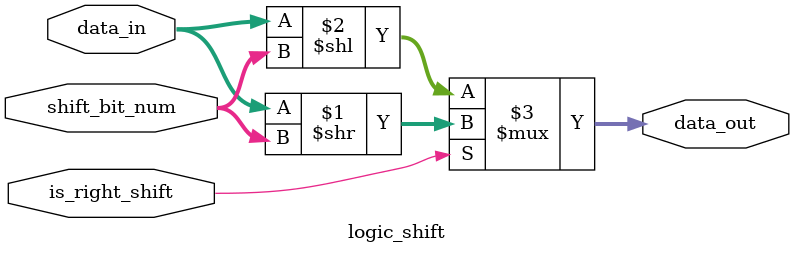
<source format=v>
module logic_shift(
    input   [BIT_NUM-1:0]       data_in,
    input   [SHIFT_BIT_NUM-1:0] shift_bit_num,
    input                       is_right_shift,
    output  [BIT_NUM-1:0]       data_out
);
    
parameter BIT_NUM = 8;
parameter SHIFT_BIT_NUM = 8;

assign data_out = (is_right_shift)?(data_in >> shift_bit_num):
                                   (data_in << shift_bit_num);

endmodule
</source>
